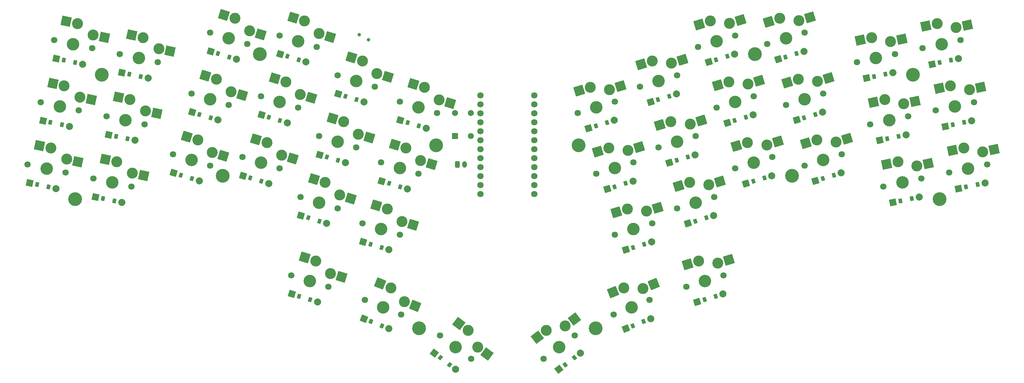
<source format=gbr>
%TF.GenerationSoftware,KiCad,Pcbnew,8.0.6*%
%TF.CreationDate,2025-05-14T19:15:18+02:00*%
%TF.ProjectId,main-rounded,6d61696e-2d72-46f7-956e-6465642e6b69,v1.0.0*%
%TF.SameCoordinates,Original*%
%TF.FileFunction,Soldermask,Bot*%
%TF.FilePolarity,Negative*%
%FSLAX46Y46*%
G04 Gerber Fmt 4.6, Leading zero omitted, Abs format (unit mm)*
G04 Created by KiCad (PCBNEW 8.0.6) date 2025-05-14 19:15:18*
%MOMM*%
%LPD*%
G01*
G04 APERTURE LIST*
G04 Aperture macros list*
%AMRoundRect*
0 Rectangle with rounded corners*
0 $1 Rounding radius*
0 $2 $3 $4 $5 $6 $7 $8 $9 X,Y pos of 4 corners*
0 Add a 4 corners polygon primitive as box body*
4,1,4,$2,$3,$4,$5,$6,$7,$8,$9,$2,$3,0*
0 Add four circle primitives for the rounded corners*
1,1,$1+$1,$2,$3*
1,1,$1+$1,$4,$5*
1,1,$1+$1,$6,$7*
1,1,$1+$1,$8,$9*
0 Add four rect primitives between the rounded corners*
20,1,$1+$1,$2,$3,$4,$5,0*
20,1,$1+$1,$4,$5,$6,$7,0*
20,1,$1+$1,$6,$7,$8,$9,0*
20,1,$1+$1,$8,$9,$2,$3,0*%
G04 Aperture macros list end*
%ADD10RoundRect,0.050000X-1.110073X-0.590236X0.590236X-1.110073X1.110073X0.590236X-0.590236X1.110073X0*%
%ADD11RoundRect,0.050000X-0.605760X-0.442216X0.254914X-0.705350X0.605760X0.442216X-0.254914X0.705350X0*%
%ADD12C,2.005000*%
%ADD13C,1.801800*%
%ADD14C,3.100000*%
%ADD15C,3.529000*%
%ADD16RoundRect,0.050000X-0.863113X-1.623279X1.623279X-0.863113X0.863113X1.623279X-1.623279X0.863113X0*%
%ADD17RoundRect,0.050000X-0.590236X-1.110073X1.110073X-0.590236X0.590236X1.110073X-1.110073X0.590236X0*%
%ADD18RoundRect,0.050000X-0.254914X-0.705350X0.605760X-0.442216X0.254914X0.705350X-0.605760X0.442216X0*%
%ADD19RoundRect,0.050000X-1.820586X-0.255867X0.255867X-1.820586X1.820586X0.255867X-0.255867X1.820586X0*%
%ADD20RoundRect,0.050000X-1.001307X-1.541877X1.541877X-1.001307X1.001307X1.541877X-1.541877X1.001307X0*%
%ADD21RoundRect,0.050000X-1.541877X-1.001307X1.001307X-1.541877X1.541877X1.001307X-1.001307X1.541877X0*%
%ADD22RoundRect,0.050000X-1.054407X-0.684740X0.684740X-1.054407X1.054407X0.684740X-0.684740X1.054407X0*%
%ADD23RoundRect,0.050000X-0.564913X-0.493328X0.315419X-0.680449X0.564913X0.493328X-0.315419X0.680449X0*%
%ADD24C,3.900000*%
%ADD25RoundRect,0.050000X-1.623279X-0.863113X0.863113X-1.623279X1.623279X0.863113X-0.863113X1.623279X0*%
%ADD26RoundRect,0.050000X-0.684740X-1.054407X1.054407X-0.684740X0.684740X1.054407X-1.054407X0.684740X0*%
%ADD27RoundRect,0.050000X-0.315419X-0.680449X0.564913X-0.493328X0.315419X0.680449X-0.564913X0.493328X0*%
%ADD28RoundRect,0.050000X-0.718350X-1.692328X1.692328X-0.718350X0.718350X1.692328X-1.692328X0.718350X0*%
%ADD29RoundRect,0.050000X-0.255867X-1.820586X1.820586X-0.255867X0.255867X1.820586X-1.820586X0.255867X0*%
%ADD30RoundRect,0.050000X-1.692328X-0.718350X0.718350X-1.692328X1.692328X0.718350X-0.718350X1.692328X0*%
%ADD31C,1.000000*%
%ADD32RoundRect,0.050000X-1.245001X-0.174973X0.174973X-1.245001X1.245001X0.174973X-0.174973X1.245001X0*%
%ADD33RoundRect,0.050000X-0.720475X-0.208365X-0.001703X-0.749998X0.720475X0.208365X0.001703X0.749998X0*%
%ADD34RoundRect,0.260000X-0.390000X-0.665000X0.390000X-0.665000X0.390000X0.665000X-0.390000X0.665000X0*%
%ADD35O,1.300000X1.850000*%
%ADD36RoundRect,0.050000X-0.174973X-1.245001X1.245001X-0.174973X0.174973X1.245001X-1.245001X0.174973X0*%
%ADD37RoundRect,0.050000X0.001703X-0.749998X0.720475X-0.208365X-0.001703X0.749998X-0.720475X0.208365X0*%
%ADD38RoundRect,0.102000X0.749000X-0.749000X0.749000X0.749000X-0.749000X0.749000X-0.749000X-0.749000X0*%
%ADD39C,1.702000*%
%ADD40RoundRect,0.050000X-0.491241X-1.157292X1.157292X-0.491241X0.491241X1.157292X-1.157292X0.491241X0*%
%ADD41RoundRect,0.050000X-0.192469X-0.724883X0.641997X-0.387737X0.192469X0.724883X-0.641997X0.387737X0*%
%ADD42RoundRect,0.050000X-1.157292X-0.491241X0.491241X-1.157292X1.157292X0.491241X-0.491241X1.157292X0*%
%ADD43RoundRect,0.050000X-0.641997X-0.387737X0.192469X-0.724883X0.641997X0.387737X-0.192469X0.724883X0*%
%ADD44C,1.800000*%
G04 APERTURE END LIST*
D10*
%TO.C,D14*%
X136978943Y-124283215D03*
D11*
X139044561Y-124914738D03*
X142200367Y-125879564D03*
D12*
X144265985Y-126511087D03*
%TD*%
D10*
%TO.C,D18*%
X159826681Y-114537402D03*
D11*
X161892299Y-115168925D03*
X165048105Y-116133751D03*
D12*
X167113723Y-116765274D03*
%TD*%
D13*
%TO.C,S40*%
X240714576Y-161645349D03*
D14*
X244234640Y-154347292D03*
D15*
X245974252Y-160037305D03*
D14*
X249659382Y-154989304D03*
D13*
X251233928Y-158429261D03*
D16*
X241102742Y-155304809D03*
X252791280Y-154031786D03*
%TD*%
D17*
%TO.C,D32*%
X252338500Y-115218197D03*
D18*
X254404118Y-114586674D03*
X257559924Y-113621848D03*
D12*
X259625542Y-112990325D03*
%TD*%
D17*
%TO.C,D31*%
X257601191Y-132431682D03*
D18*
X259666809Y-131800159D03*
X262822615Y-130835333D03*
D12*
X264888233Y-130203810D03*
%TD*%
D10*
%TO.C,D11*%
X120563383Y-112990325D03*
D11*
X122629001Y-113621848D03*
X125784807Y-114586674D03*
D12*
X127850425Y-115218197D03*
%TD*%
D13*
%TO.C,S21*%
X171067922Y-175444374D03*
D14*
X179041216Y-174002476D03*
D15*
X175460417Y-178754357D03*
D14*
X181710401Y-178768549D03*
D13*
X179852912Y-182064340D03*
D19*
X176425685Y-172031532D03*
X184325932Y-180739493D03*
%TD*%
D13*
%TO.C,S36*%
X227582236Y-105010186D03*
D14*
X231102300Y-97712129D03*
D15*
X232841912Y-103402142D03*
D14*
X236527042Y-98354141D03*
D13*
X238101588Y-101794098D03*
D16*
X227970402Y-98669646D03*
X239658940Y-97396623D03*
%TD*%
D13*
%TO.C,S24*%
X307557045Y-94101477D03*
D14*
X311699782Y-87137985D03*
D15*
X312936857Y-92957963D03*
D14*
X317047926Y-88250351D03*
D13*
X318316669Y-91814449D03*
D20*
X308496349Y-87818896D03*
X320251360Y-87569440D03*
%TD*%
D13*
%TO.C,S1*%
X54387436Y-127027762D03*
D14*
X61004323Y-122351298D03*
D15*
X59767248Y-128171276D03*
D14*
X65437655Y-125542781D03*
D13*
X65147060Y-129314790D03*
D21*
X57800889Y-121670387D03*
X68641088Y-126223692D03*
%TD*%
D17*
%TO.C,D34*%
X241185631Y-143724573D03*
D18*
X243251249Y-143093050D03*
X246407055Y-142128224D03*
D12*
X248472673Y-141496701D03*
%TD*%
D22*
%TO.C,D6*%
X81070573Y-101006878D03*
D23*
X83183371Y-101455969D03*
X86411259Y-102142077D03*
D12*
X88524057Y-102591168D03*
%TD*%
D13*
%TO.C,S2*%
X58129846Y-109421106D03*
D14*
X64746733Y-104744642D03*
D15*
X63509658Y-110564620D03*
D14*
X69180065Y-107936125D03*
D13*
X68889470Y-111708134D03*
D21*
X61543299Y-104063731D03*
X72383498Y-108617036D03*
%TD*%
D24*
%TO.C,H3*%
X67861043Y-136843582D03*
%TD*%
D13*
%TO.C,S16*%
X149147003Y-143688741D03*
D14*
X156146291Y-139606772D03*
D15*
X154406679Y-145296785D03*
D14*
X160284597Y-143172501D03*
D13*
X159666355Y-146904829D03*
D25*
X153014393Y-138649254D03*
X163416495Y-144130018D03*
%TD*%
D13*
%TO.C,S10*%
X115146396Y-124928178D03*
D14*
X122145684Y-120846209D03*
D15*
X120406072Y-126536222D03*
D14*
X126283990Y-124411938D03*
D13*
X125665748Y-128144266D03*
D25*
X119013786Y-119888691D03*
X129415888Y-125369455D03*
%TD*%
D17*
%TO.C,D35*%
X235922940Y-126511087D03*
D18*
X237988558Y-125879564D03*
X241144364Y-124914738D03*
D12*
X243209982Y-124283215D03*
%TD*%
D10*
%TO.C,D7*%
X95669044Y-129430271D03*
D11*
X97734662Y-130061794D03*
X100890468Y-131026620D03*
D12*
X102956086Y-131658143D03*
%TD*%
D24*
%TO.C,H9*%
X169921428Y-121639132D03*
%TD*%
D13*
%TO.C,S26*%
X292714651Y-115658456D03*
D14*
X296857388Y-108694964D03*
D15*
X298094463Y-114514942D03*
D14*
X302205532Y-109807330D03*
D13*
X303474275Y-113371428D03*
D20*
X293653955Y-109375875D03*
X305408966Y-109126419D03*
%TD*%
D13*
%TO.C,S17*%
X154409694Y-126475256D03*
D14*
X161408982Y-122393287D03*
D15*
X159669370Y-128083300D03*
D14*
X165547288Y-125959016D03*
D13*
X164929046Y-129691344D03*
D25*
X158277084Y-121435769D03*
X168679186Y-126916533D03*
%TD*%
D26*
%TO.C,D27*%
X291664869Y-102591168D03*
D27*
X293777667Y-102142077D03*
X297005555Y-101455969D03*
D12*
X299118353Y-101006878D03*
%TD*%
D13*
%TO.C,S32*%
X249260487Y-110930781D03*
D14*
X252780551Y-103632724D03*
D15*
X254520163Y-109322737D03*
D14*
X258205293Y-104274736D03*
D13*
X259779839Y-107714693D03*
D16*
X249648653Y-104590241D03*
X261337191Y-103317218D03*
%TD*%
D22*
%TO.C,D5*%
X77328162Y-118613535D03*
D23*
X79440960Y-119062626D03*
X82668848Y-119748734D03*
D12*
X84781646Y-120197825D03*
%TD*%
D13*
%TO.C,S35*%
X232844926Y-122223672D03*
D14*
X236364990Y-114925615D03*
D15*
X238104602Y-120615628D03*
D14*
X241789732Y-115567627D03*
D13*
X243364278Y-119007584D03*
D16*
X233233092Y-115883132D03*
X244921630Y-114610109D03*
%TD*%
D13*
%TO.C,S41*%
X220155321Y-169538887D03*
D14*
X223025923Y-161961807D03*
D15*
X225254832Y-167478551D03*
D14*
X228485977Y-162128580D03*
D13*
X230354343Y-165418215D03*
D28*
X219989396Y-163188644D03*
X231522504Y-160901742D03*
%TD*%
D13*
%TO.C,S34*%
X238107617Y-139437157D03*
D14*
X241627681Y-132139100D03*
D15*
X243367293Y-137829113D03*
D14*
X247052423Y-132781112D03*
D13*
X248626969Y-136221069D03*
D16*
X238495783Y-133096617D03*
X250184321Y-131823594D03*
%TD*%
D17*
%TO.C,D33*%
X247075809Y-98004711D03*
D18*
X249141427Y-97373188D03*
X252297233Y-96408362D03*
D12*
X254362851Y-95776839D03*
%TD*%
D13*
%TO.C,S7*%
X95514747Y-124154640D03*
D14*
X102514035Y-120072671D03*
D15*
X100774423Y-125762684D03*
D14*
X106652341Y-123638400D03*
D13*
X106034099Y-127370728D03*
D25*
X99382137Y-119115153D03*
X109784239Y-124595917D03*
%TD*%
D24*
%TO.C,H7*%
X260090871Y-95803284D03*
%TD*%
D22*
%TO.C,D3*%
X62485768Y-97056556D03*
D23*
X64598566Y-97505647D03*
X67826454Y-98191755D03*
D12*
X69939252Y-98640846D03*
%TD*%
D24*
%TO.C,H2*%
X304843061Y-101630268D03*
%TD*%
D13*
%TO.C,S33*%
X243997796Y-93717295D03*
D14*
X247517860Y-86419238D03*
D15*
X249257472Y-92109251D03*
D14*
X252942602Y-87061250D03*
D13*
X254517148Y-90501207D03*
D16*
X244385962Y-87376755D03*
X256074500Y-86103732D03*
%TD*%
D13*
%TO.C,S42*%
X200336014Y-182064340D03*
D14*
X201147710Y-174002476D03*
D15*
X204728509Y-178754357D03*
D14*
X206464880Y-172750399D03*
D13*
X209121004Y-175444374D03*
D29*
X198532178Y-175973420D03*
X209080412Y-170779455D03*
%TD*%
D26*
%TO.C,D22*%
X317734494Y-133854159D03*
D27*
X319847292Y-133405068D03*
X323075180Y-132718960D03*
D12*
X325187978Y-132269869D03*
%TD*%
D17*
%TO.C,D40*%
X243792589Y-165932764D03*
D18*
X245858207Y-165301241D03*
X249014013Y-164336415D03*
D12*
X251079631Y-163704892D03*
%TD*%
D13*
%TO.C,S14*%
X136824647Y-119007584D03*
D14*
X143823935Y-114925615D03*
D15*
X142084323Y-120615628D03*
D14*
X147962241Y-118491344D03*
D13*
X147343999Y-122223672D03*
D25*
X140692037Y-113968097D03*
X151094139Y-119448861D03*
%TD*%
D26*
%TO.C,D25*%
X299149690Y-137804482D03*
D27*
X301262488Y-137355391D03*
X304490376Y-136669283D03*
D12*
X306603174Y-136220192D03*
%TD*%
D13*
%TO.C,S20*%
X149834582Y-165418215D03*
D14*
X157163002Y-161961807D03*
D15*
X154934093Y-167478551D03*
D14*
X160974787Y-165874645D03*
D13*
X160033604Y-169538887D03*
D30*
X154126475Y-160734970D03*
X164011314Y-167101481D03*
%TD*%
D13*
%TO.C,S12*%
X125671777Y-90501207D03*
D14*
X132671065Y-86419238D03*
D15*
X130931453Y-92109251D03*
D14*
X136809371Y-89984967D03*
D13*
X136191129Y-93717295D03*
D25*
X129539167Y-85461720D03*
X139941269Y-90942484D03*
%TD*%
D10*
%TO.C,D15*%
X142241634Y-107069730D03*
D11*
X144307252Y-107701253D03*
X147463058Y-108666079D03*
D12*
X149528676Y-109297602D03*
%TD*%
D13*
%TO.C,S27*%
X288972240Y-98051799D03*
D14*
X293114977Y-91088307D03*
D15*
X294352052Y-96908285D03*
D14*
X298463121Y-92200673D03*
D13*
X299731864Y-95764771D03*
D20*
X289911544Y-91769218D03*
X301666555Y-91519762D03*
%TD*%
D13*
%TO.C,S25*%
X296457061Y-133265113D03*
D14*
X300599798Y-126301621D03*
D15*
X301836873Y-132121599D03*
D14*
X305947942Y-127413987D03*
D13*
X307216685Y-130978085D03*
D20*
X297396365Y-126982532D03*
X309151376Y-126733076D03*
%TD*%
D10*
%TO.C,D17*%
X154563990Y-131750887D03*
D11*
X156629608Y-132382410D03*
X159785414Y-133347236D03*
D12*
X161851032Y-133978759D03*
%TD*%
D10*
%TO.C,D13*%
X131716253Y-141496701D03*
D11*
X133781871Y-142128224D03*
X136937677Y-143093050D03*
D12*
X139003295Y-143724573D03*
%TD*%
D31*
%TO.C,REF\u002A\u002A*%
X150811930Y-91727214D03*
X148188070Y-90272786D03*
%TD*%
D24*
%TO.C,H5*%
X120098055Y-95803284D03*
%TD*%
D22*
%TO.C,D2*%
X58743358Y-114663213D03*
D23*
X60856156Y-115112304D03*
X64084044Y-115798412D03*
D12*
X66196842Y-116247503D03*
%TD*%
D17*
%TO.C,D39*%
X213075202Y-116765274D03*
D18*
X215140820Y-116133751D03*
X218296626Y-115168925D03*
D12*
X220362244Y-114537402D03*
%TD*%
D24*
%TO.C,H10*%
X210267497Y-121639132D03*
%TD*%
%TO.C,H6*%
X109572673Y-130230255D03*
%TD*%
D32*
%TO.C,D21*%
X169408540Y-180454619D03*
D33*
X171133592Y-181754539D03*
X173769090Y-183740529D03*
D12*
X175494142Y-185040449D03*
%TD*%
D13*
%TO.C,S15*%
X142087337Y-101794098D03*
D14*
X149086625Y-97712129D03*
D15*
X147347013Y-103402142D03*
D14*
X153224931Y-101277858D03*
D13*
X152606689Y-105010186D03*
D25*
X145954727Y-96754611D03*
X156356829Y-102235375D03*
%TD*%
D26*
%TO.C,D26*%
X295407279Y-120197825D03*
D27*
X297520077Y-119748734D03*
X300747965Y-119062626D03*
D12*
X302860763Y-118613535D03*
%TD*%
D17*
%TO.C,D38*%
X218337893Y-133978759D03*
D18*
X220403511Y-133347236D03*
X223559317Y-132382410D03*
D12*
X225624935Y-131750887D03*
%TD*%
D10*
%TO.C,D19*%
X129109294Y-163704892D03*
D11*
X131174912Y-164336415D03*
X134330718Y-165301241D03*
D12*
X136396336Y-165932764D03*
%TD*%
D13*
%TO.C,S5*%
X76714651Y-113371428D03*
D14*
X83331538Y-108694964D03*
D15*
X82094463Y-114514942D03*
D14*
X87764870Y-111886447D03*
D13*
X87474275Y-115658456D03*
D21*
X80128104Y-108014053D03*
X90968303Y-112567358D03*
%TD*%
D13*
%TO.C,S37*%
X220522570Y-146904829D03*
D14*
X224042634Y-139606772D03*
D15*
X225782246Y-145296785D03*
D14*
X229467376Y-140248784D03*
D13*
X231041922Y-143688741D03*
D16*
X220910736Y-140564289D03*
X232599274Y-139291266D03*
%TD*%
D13*
%TO.C,S23*%
X311299455Y-111708134D03*
D14*
X315442192Y-104744642D03*
D15*
X316679267Y-110564620D03*
D14*
X320790336Y-105857008D03*
D13*
X322059079Y-109421106D03*
D20*
X312238759Y-105425553D03*
X323993770Y-105176097D03*
%TD*%
D24*
%TO.C,H11*%
X165145313Y-173437661D03*
%TD*%
D10*
%TO.C,D10*%
X115300692Y-130203810D03*
D11*
X117366310Y-130835333D03*
X120522116Y-131800159D03*
D12*
X122587734Y-132431682D03*
%TD*%
D13*
%TO.C,S39*%
X209997189Y-112477858D03*
D14*
X213517253Y-105179801D03*
D15*
X215256865Y-110869814D03*
D14*
X218941995Y-105821813D03*
D13*
X220516541Y-109261770D03*
D16*
X210385355Y-106137318D03*
X222073893Y-104864295D03*
%TD*%
D10*
%TO.C,D9*%
X106194425Y-95003300D03*
D11*
X108260043Y-95634823D03*
X111415849Y-96599649D03*
D12*
X113481467Y-97231172D03*
%TD*%
D13*
%TO.C,S6*%
X80457061Y-95764771D03*
D14*
X87073948Y-91088307D03*
D15*
X85836873Y-96908285D03*
D14*
X91507280Y-94279790D03*
D13*
X91216685Y-98051799D03*
D21*
X83870514Y-90407396D03*
X94710713Y-94960701D03*
%TD*%
D13*
%TO.C,S38*%
X215259879Y-129691344D03*
D14*
X218779943Y-122393287D03*
D15*
X220519555Y-128083300D03*
D14*
X224204685Y-123035299D03*
D13*
X225779231Y-126475256D03*
D16*
X215648045Y-123350804D03*
X227336583Y-122077781D03*
%TD*%
D13*
%TO.C,S4*%
X72972240Y-130978085D03*
D14*
X79589127Y-126301621D03*
D15*
X78352052Y-132121599D03*
D14*
X84022459Y-129493104D03*
D13*
X83731864Y-133265113D03*
D21*
X76385693Y-125620710D03*
X87225892Y-130174015D03*
%TD*%
D10*
%TO.C,D12*%
X125826074Y-95776839D03*
D11*
X127891692Y-96408362D03*
X131047498Y-97373188D03*
D12*
X133113116Y-98004711D03*
%TD*%
D22*
%TO.C,D4*%
X73585752Y-136220192D03*
D23*
X75698550Y-136669283D03*
X78926438Y-137355391D03*
D12*
X81039236Y-137804482D03*
%TD*%
D13*
%TO.C,S18*%
X159672384Y-109261770D03*
D14*
X166671672Y-105179801D03*
D15*
X164932060Y-110869814D03*
D14*
X170809978Y-108745530D03*
D13*
X170191736Y-112477858D03*
D25*
X163539774Y-104222283D03*
X173941876Y-109703047D03*
%TD*%
D10*
%TO.C,D8*%
X100931734Y-112216786D03*
D11*
X102997352Y-112848309D03*
X106153158Y-113813135D03*
D12*
X108218776Y-114444658D03*
%TD*%
D13*
%TO.C,S11*%
X120409087Y-107714693D03*
D14*
X127408375Y-103632724D03*
D15*
X125668763Y-109322737D03*
D14*
X131546681Y-107198453D03*
D13*
X130928439Y-110930781D03*
D25*
X124276477Y-102675206D03*
X134678579Y-108155970D03*
%TD*%
D24*
%TO.C,H8*%
X270616252Y-130230255D03*
%TD*%
%TO.C,H1*%
X75345864Y-101630268D03*
%TD*%
D17*
%TO.C,D30*%
X266707458Y-97231172D03*
D18*
X268773076Y-96599649D03*
X271928882Y-95634823D03*
D12*
X273994500Y-95003300D03*
%TD*%
D34*
%TO.C,JST1*%
X176000000Y-127000000D03*
D35*
X178000000Y-127000000D03*
%TD*%
D36*
%TO.C,D42*%
X204694783Y-185040449D03*
D37*
X206419835Y-183740529D03*
X209055333Y-181754539D03*
D12*
X210780385Y-180454619D03*
%TD*%
D22*
%TO.C,D1*%
X55000947Y-132269869D03*
D23*
X57113745Y-132718960D03*
X60341633Y-133405068D03*
D12*
X62454431Y-133854159D03*
%TD*%
D13*
%TO.C,S19*%
X128954998Y-158429261D03*
D14*
X135954286Y-154347292D03*
D15*
X134214674Y-160037305D03*
D14*
X140092592Y-157913021D03*
D13*
X139474350Y-161645349D03*
D25*
X132822388Y-153389774D03*
X143224490Y-158870538D03*
%TD*%
D17*
%TO.C,D28*%
X277232840Y-131658143D03*
D18*
X279298458Y-131026620D03*
X282454264Y-130061794D03*
D12*
X284519882Y-129430271D03*
%TD*%
D17*
%TO.C,D37*%
X223600584Y-151192245D03*
D18*
X225666202Y-150560722D03*
X228822008Y-149595896D03*
D12*
X230887626Y-148964373D03*
%TD*%
D38*
%TO.C,REF\u002A\u002A*%
X175250000Y-119000000D03*
D39*
X175250000Y-112500000D03*
X179750000Y-119000000D03*
X179750000Y-112500000D03*
%TD*%
D24*
%TO.C,H4*%
X312327882Y-136843582D03*
%TD*%
D13*
%TO.C,S3*%
X61872257Y-91814449D03*
D14*
X68489144Y-87137985D03*
D15*
X67252069Y-92957963D03*
D14*
X72922476Y-90329468D03*
D13*
X72631881Y-94101477D03*
D21*
X65285710Y-86457074D03*
X76125909Y-91010379D03*
%TD*%
D17*
%TO.C,D36*%
X230660249Y-109297602D03*
D18*
X232725867Y-108666079D03*
X235881673Y-107701253D03*
D12*
X237947291Y-107069730D03*
%TD*%
D26*
%TO.C,D24*%
X310249673Y-98640846D03*
D27*
X312362471Y-98191755D03*
X315590359Y-97505647D03*
D12*
X317703157Y-97056556D03*
%TD*%
D17*
%TO.C,D29*%
X271970149Y-114444658D03*
D18*
X274035767Y-113813135D03*
X277191573Y-112848309D03*
D12*
X279257191Y-112216786D03*
%TD*%
D24*
%TO.C,H12*%
X215043612Y-173437661D03*
%TD*%
D26*
%TO.C,D23*%
X313992084Y-116247503D03*
D27*
X316104882Y-115798412D03*
X319332770Y-115112304D03*
D12*
X321445568Y-114663213D03*
%TD*%
D13*
%TO.C,S31*%
X254523177Y-128144266D03*
D14*
X258043241Y-120846209D03*
D15*
X259782853Y-126536222D03*
D14*
X263467983Y-121488221D03*
D13*
X265042529Y-124928178D03*
D16*
X254911343Y-121803726D03*
X266599881Y-120530703D03*
%TD*%
D13*
%TO.C,S8*%
X100777438Y-106941154D03*
D14*
X107776726Y-102859185D03*
D15*
X106037114Y-108549198D03*
D14*
X111915032Y-106424914D03*
D13*
X111296790Y-110157242D03*
D25*
X104644828Y-101901667D03*
X115046930Y-107382431D03*
%TD*%
D13*
%TO.C,S9*%
X106040128Y-89727669D03*
D14*
X113039416Y-85645700D03*
D15*
X111299804Y-91335713D03*
D14*
X117177722Y-89211429D03*
D13*
X116559480Y-92943757D03*
D25*
X109907518Y-84688182D03*
X120309620Y-90168946D03*
%TD*%
D40*
%TO.C,D41*%
X223595295Y-173541722D03*
D41*
X225598012Y-172732572D03*
X228657718Y-171496370D03*
D12*
X230660435Y-170687220D03*
%TD*%
D13*
%TO.C,S30*%
X263629445Y-92943757D03*
D14*
X267149509Y-85645700D03*
D15*
X268889121Y-91335713D03*
D14*
X272574251Y-86287712D03*
D13*
X274148797Y-89727669D03*
D16*
X264017611Y-86603217D03*
X275706149Y-85330194D03*
%TD*%
D13*
%TO.C,S13*%
X131561956Y-136221069D03*
D14*
X138561244Y-132139100D03*
D15*
X136821632Y-137829113D03*
D14*
X142699550Y-135704829D03*
D13*
X142081308Y-139437157D03*
D25*
X135429346Y-131181582D03*
X145831448Y-136662346D03*
%TD*%
D13*
%TO.C,S22*%
X315041866Y-129314790D03*
D14*
X319184603Y-122351298D03*
D15*
X320421678Y-128171276D03*
D14*
X324532747Y-123463664D03*
D13*
X325801490Y-127027762D03*
D20*
X315981170Y-123032209D03*
X327736181Y-122782753D03*
%TD*%
D10*
%TO.C,D16*%
X149301300Y-148964373D03*
D11*
X151366918Y-149595896D03*
X154522724Y-150560722D03*
D12*
X156588342Y-151192245D03*
%TD*%
D42*
%TO.C,D20*%
X149528490Y-170687220D03*
D43*
X151531207Y-171496370D03*
X154590913Y-172732572D03*
D12*
X156593630Y-173541722D03*
%TD*%
D13*
%TO.C,S28*%
X274154826Y-127370728D03*
D14*
X277674890Y-120072671D03*
D15*
X279414502Y-125762684D03*
D14*
X283099632Y-120714683D03*
D13*
X284674178Y-124154640D03*
D16*
X274542992Y-121030188D03*
X286231530Y-119757165D03*
%TD*%
D13*
%TO.C,S29*%
X268892136Y-110157242D03*
D14*
X272412200Y-102859185D03*
D15*
X274151812Y-108549198D03*
D14*
X277836942Y-103501197D03*
D13*
X279411488Y-106941154D03*
D16*
X269280302Y-103816702D03*
X280968840Y-102543679D03*
%TD*%
D44*
%TO.C,MCU1*%
X197740000Y-107460000D03*
X197740000Y-110000000D03*
X197740000Y-112540000D03*
X197740000Y-115080000D03*
X197740000Y-117620000D03*
X197740000Y-120160000D03*
X197740000Y-122700000D03*
X197740000Y-125240000D03*
X197740000Y-127780000D03*
X197740000Y-130320000D03*
X197740000Y-132860000D03*
X197740000Y-135400000D03*
X182500000Y-135400000D03*
X182500000Y-132860000D03*
X182500000Y-130320000D03*
X182500000Y-127780000D03*
X182500000Y-125240000D03*
X182500000Y-122700000D03*
X182500000Y-120160000D03*
X182500000Y-117620000D03*
X182500000Y-115080000D03*
X182500000Y-112540000D03*
X182500000Y-110000000D03*
X182500000Y-107460000D03*
%TD*%
M02*

</source>
